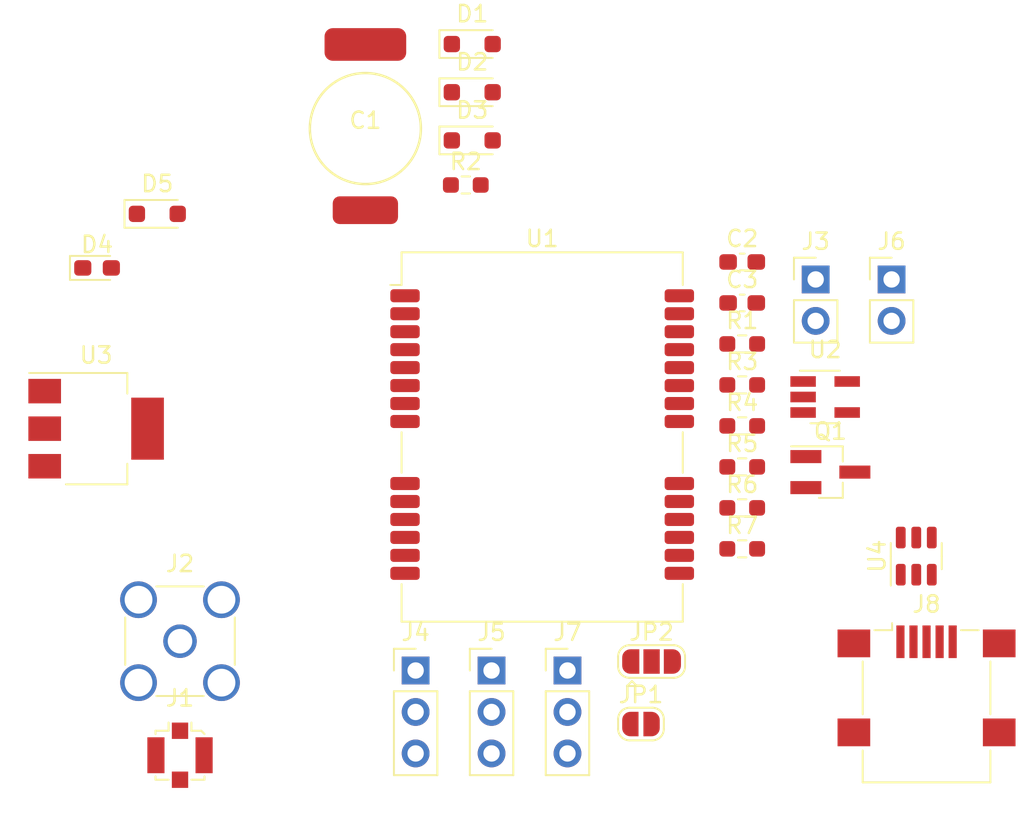
<source format=kicad_pcb>
(kicad_pcb (version 20221018) (generator pcbnew)
  (layers (0 "F.Cu" signal) (31 "B.Cu" signal) (34 "B.Paste" user) (35 "F.Paste" user) (36 "B.SilkS" user "B.Silkscreen") (37 "F.SilkS" user "F.Silkscreen") (38 "B.Mask" user) (39 "F.Mask" user) (44 "Edge.Cuts" user))
  (net 0 "")
  (net 1 "GND")
  (net 2 "3.3V_IN")
  (net 3 "+5V")
  (net 4 "Net-(J8-D-)")
  (net 5 "Net-(J8-D+)")
  (net 6 "Net-(J3-Pin_1)")
  (net 7 "Net-(D1-K)")
  (net 8 "Net-(D4-A)")
  (net 9 "Net-(J4-Pin_1)")
  (net 10 "Net-(J4-Pin_2)")
  (net 11 "Net-(J5-Pin_1)")
  (net 12 "Net-(J5-Pin_2)")
  (net 13 "Net-(J6-Pin_1)")
  (net 14 "Net-(J7-Pin_1)")
  (net 15 "Net-(J7-Pin_2)")
  (net 16 "VBUS")
  (net 18 "Net-(JP1-A)")
  (net 19 "Net-(JP2-C)")
  (net 20 "Net-(Q1-B)")
  (net 21 "VDDUSB")
  (net 22 "Net-(U1-V_ANT)")
  (net 23 "Net-(U1-VCC_RF)")
  (net 24 "USB_DP")
  (net 25 "USB_DM")
  (net 26 "Net-(R3-Pad1)")
  (net 31 "Net-(J1-In)")
  (net 37 "5V_IN")
  (net 38 "Net-(R4-Pad2)")
  (footprint "Connector_PinHeader_2.54mm:PinHeader_1x03_P2.54mm_Vertical" (layer "F.Cu") (at 177.195 81.805)
    (fp_text reference "J5" (at 0 -2.33) (layer "F.SilkS"))
    (fp_text value "Conn_01x03")
    (fp_line (start -1.33 -1.33) (end 0 -1.33) (stroke (width 0.12)) (layer "F.SilkS"))
    (fp_line (start -1.33 0) (end -1.33 -1.33) (stroke (width 0.12)) (layer "F.SilkS"))
    (fp_line (start -1.33 1.27) (end -1.33 6.41) (stroke (width 0.12)) (layer "F.SilkS"))
    (fp_line (start -1.33 1.27) (end 1.33 1.27) (stroke (width 0.12)) (layer "F.SilkS"))
    (fp_line (start -1.33 6.41) (end 1.33 6.41) (stroke (width 0.12)) (layer "F.SilkS"))
    (fp_line (start 1.33 1.27) (end 1.33 6.41) (stroke (width 0.12)) (layer "F.SilkS"))
    (pad "1" thru_hole rect (at 0 0) (size 1.7 1.7) (drill 1) (layers "*.Cu" "*.Mask") (net 11 "Net-(J5-Pin_1)"))
    (pad "2" thru_hole oval (at 0 2.54) (size 1.7 1.7) (drill 1) (layers "*.Cu" "*.Mask") (net 12 "Net-(J5-Pin_2)"))
    (pad "3" thru_hole oval (at 0 5.08) (size 1.7 1.7) (drill 1) (layers "*.Cu" "*.Mask") (net 1 "GND"))
  )
  (footprint "Connector_PinHeader_2.54mm:PinHeader_1x03_P2.54mm_Vertical" (layer "F.Cu") (at 181.845 81.805)
    (fp_text reference "J7" (at 0 -2.33) (layer "F.SilkS"))
    (fp_text value "Conn_01x03")
    (fp_line (start -1.33 -1.33) (end 0 -1.33) (stroke (width 0.12)) (layer "F.SilkS"))
    (fp_line (start -1.33 0) (end -1.33 -1.33) (stroke (width 0.12)) (layer "F.SilkS"))
    (fp_line (start -1.33 1.27) (end -1.33 6.41) (stroke (width 0.12)) (layer "F.SilkS"))
    (fp_line (start -1.33 1.27) (end 1.33 1.27) (stroke (width 0.12)) (layer "F.SilkS"))
    (fp_line (start -1.33 6.41) (end 1.33 6.41) (stroke (width 0.12)) (layer "F.SilkS"))
    (fp_line (start 1.33 1.27) (end 1.33 6.41) (stroke (width 0.12)) (layer "F.SilkS"))
    (pad "1" thru_hole rect (at 0 0) (size 1.7 1.7) (drill 1) (layers "*.Cu" "*.Mask") (net 14 "Net-(J7-Pin_1)"))
    (pad "2" thru_hole oval (at 0 2.54) (size 1.7 1.7) (drill 1) (layers "*.Cu" "*.Mask") (net 15 "Net-(J7-Pin_2)"))
    (pad "3" thru_hole oval (at 0 5.08) (size 1.7 1.7) (drill 1) (layers "*.Cu" "*.Mask") (net 1 "GND"))
  )
  (footprint "Package_TO_SOT_SMD:SOT-23_Handsoldering" (layer "F.Cu") (at 197.945 69.655)
    (fp_text reference "Q1" (at 0 -2.5) (layer "F.SilkS"))
    (fp_text value "NPN")
    (fp_line (start 0.76 -1.58) (end -2.4 -1.58) (stroke (width 0.12)) (layer "F.SilkS"))
    (fp_line (start 0.76 -1.58) (end 0.76 -0.65) (stroke (width 0.12)) (layer "F.SilkS"))
    (fp_line (start 0.76 1.58) (end -0.7 1.58) (stroke (width 0.12)) (layer "F.SilkS"))
    (fp_line (start 0.76 1.58) (end 0.76 0.65) (stroke (width 0.12)) (layer "F.SilkS"))
    (pad "1" smd rect (at -1.5 -0.95) (size 1.9 0.8) (layers "F.Cu" "F.Paste" "F.Mask") (net 2 "3.3V_IN"))
    (pad "2" smd rect (at -1.5 0.95) (size 1.9 0.8) (layers "F.Cu" "F.Paste" "F.Mask") (net 20 "Net-(Q1-B)"))
    (pad "3" smd rect (at 1.5 0) (size 1.9 0.8) (layers "F.Cu" "F.Paste" "F.Mask") (net 21 "VDDUSB"))
  )
  (footprint "Jumper:SolderJumper-2_P1.3mm_Open_RoundedPad1.0x1.5mm" (layer "F.Cu") (at 186.345 85.085)
    (fp_text reference "JP1" (at 0 -1.8) (layer "F.SilkS"))
    (fp_text value "SolderJumper_2_Open")
    (fp_line (start -1.4 0.3) (end -1.4 -0.3) (stroke (width 0.12)) (layer "F.SilkS"))
    (fp_line (start -0.7 -1) (end 0.7 -1) (stroke (width 0.12)) (layer "F.SilkS"))
    (fp_line (start 0.7 1) (end -0.7 1) (stroke (width 0.12)) (layer "F.SilkS"))
    (fp_line (start 1.4 -0.3) (end 1.4 0.3) (stroke (width 0.12)) (layer "F.SilkS"))
    (fp_arc (start -1.4 -0.3) (mid -1.194975 -0.794975) (end -0.7 -1) (stroke (width 0.12)) (layer "F.SilkS"))
    (fp_arc (start -0.7 1) (mid -1.194975 0.794975) (end -1.4 0.3) (stroke (width 0.12)) (layer "F.SilkS"))
    (fp_arc (start 0.7 -1) (mid 1.194975 -0.794975) (end 1.4 -0.3) (stroke (width 0.12)) (layer "F.SilkS"))
    (fp_arc (start 1.4 0.3) (mid 1.194975 0.794975) (end 0.7 1) (stroke (width 0.12)) (layer "F.SilkS"))
    (pad "1" smd custom (at -0.65 0) (size 1 0.5) (layers "F.Cu" "F.Mask") (net 18 "Net-(JP1-A)") (options (clearance outline) (anchor rect)) (primitives (gr_circle (center 0 0.25) (end 0.5 0.25) (width 0) (fill yes)) (gr_circle (center 0 -0.25) (end 0.5 -0.25) (width 0) (fill yes)) (gr_poly (pts (xy 0.5 0.75) (xy 0 0.75) (xy 0 -0.75) (xy 0.5 -0.75)) (width 0) (fill yes))))
    (pad "2" smd custom (at 0.65 0) (size 1 0.5) (layers "F.Cu" "F.Mask") (net 13 "Net-(J6-Pin_1)") (options (clearance outline) (anchor rect)) (primitives (gr_circle (center 0 0.25) (end 0.5 0.25) (width 0) (fill yes)) (gr_circle (center 0 -0.25) (end 0.5 -0.25) (width 0) (fill yes)) (gr_poly (pts (xy 0 0.75) (xy -0.5 0.75) (xy -0.5 -0.75) (xy 0 -0.75)) (width 0) (fill yes))))
  )
  (footprint "Package_TO_SOT_SMD:SOT-23-5_HandSoldering" (layer "F.Cu") (at 197.625 65.055)
    (fp_text reference "U2" (at 0 -2.9) (layer "F.SilkS"))
    (fp_text value "74LVC1G17")
    (fp_line (start -0.9 1.61) (end 0.9 1.61) (stroke (width 0.12)) (layer "F.SilkS"))
    (fp_line (start 0.9 -1.61) (end -1.55 -1.61) (stroke (width 0.12)) (layer "F.SilkS"))
    (pad "1" smd rect (at -1.35 -0.95) (size 1.56 0.65) (layers "F.Cu" "F.Paste" "F.Mask"))
    (pad "2" smd rect (at -1.35 0) (size 1.56 0.65) (layers "F.Cu" "F.Paste" "F.Mask") (net 18 "Net-(JP1-A)"))
    (pad "3" smd rect (at -1.35 0.95) (size 1.56 0.65) (layers "F.Cu" "F.Paste" "F.Mask") (net 1 "GND"))
    (pad "4" smd rect (at 1.35 0.95) (size 1.56 0.65) (layers "F.Cu" "F.Paste" "F.Mask") (net 13 "Net-(J6-Pin_1)"))
    (pad "5" smd rect (at 1.35 -0.95) (size 1.56 0.65) (layers "F.Cu" "F.Paste" "F.Mask") (net 19 "Net-(JP2-C)"))
  )
  (footprint "RF_GPS:ublox_LEA" (layer "F.Cu") (at 180.295 67.355)
    (fp_text reference "U1" (at 0 -12) (layer "F.SilkS"))
    (fp_text value "~")
    (fp_line (start -9.3 -9.16) (end -8.61 -9.16) (stroke (width 0.12)) (layer "F.SilkS"))
    (fp_line (start -8.61 -11.16) (end -8.61 -9.16) (stroke (width 0.12)) (layer "F.SilkS"))
    (fp_line (start -8.61 -11.16) (end 8.61 -11.16) (stroke (width 0.12)) (layer "F.SilkS"))
    (fp_line (start -8.61 -0.14) (end -8.61 2.34) (stroke (width 0.12)) (layer "F.SilkS"))
    (fp_line (start -8.61 9.16) (end -8.61 11.46) (stroke (width 0.12)) (layer "F.SilkS"))
    (fp_line (start -8.61 11.46) (end 8.61 11.46) (stroke (width 0.12)) (layer "F.SilkS"))
    (fp_line (start 8.61 -11.16) (end 8.61 -9.16) (stroke (width 0.12)) (layer "F.SilkS"))
    (fp_line (start 8.61 -0.14) (end 8.61 2.34) (stroke (width 0.12)) (layer "F.SilkS"))
    (fp_line (start 8.61 9.16) (end 8.61 11.46) (stroke (width 0.12)) (layer "F.SilkS"))
    (pad "1" smd roundrect (at -8.4 -8.5) (size 1.8 0.8) (layers "F.Cu" "F.Paste" "F.Mask") (net 14 "Net-(J7-Pin_1)"))
    (pad "2" smd roundrect (at -8.4 -7.4) (size 1.8 0.8) (layers "F.Cu" "F.Paste" "F.Mask") (net 15 "Net-(J7-Pin_2)"))
    (pad "3" smd roundrect (at -8.4 -6.3) (size 1.8 0.8) (layers "F.Cu" "F.Paste" "F.Mask") (net 11 "Net-(J5-Pin_1)"))
    (pad "4" smd roundrect (at -8.4 -5.2) (size 1.8 0.8) (layers "F.Cu" "F.Paste" "F.Mask") (net 12 "Net-(J5-Pin_2)"))
    (pad "5" smd roundrect (at -8.4 -4.1) (size 1.8 0.8) (layers "F.Cu" "F.Paste" "F.Mask"))
    (pad "6" smd roundrect (at -8.4 -3) (size 1.8 0.8) (layers "F.Cu" "F.Paste" "F.Mask") (net 2 "3.3V_IN"))
    (pad "7" smd roundrect (at -8.4 -1.9) (size 1.8 0.8) (layers "F.Cu" "F.Paste" "F.Mask") (net 1 "GND"))
    (pad "8" smd roundrect (at -8.4 -0.8) (size 1.8 0.8) (layers "F.Cu" "F.Paste" "F.Mask"))
    (pad "9" smd roundrect (at -8.4 3) (size 1.8 0.8) (layers "F.Cu" "F.Paste" "F.Mask"))
    (pad "10" smd roundrect (at -8.4 4.1) (size 1.8 0.8) (layers "F.Cu" "F.Paste" "F.Mask") (net 9 "Net-(J4-Pin_1)"))
    (pad "11" smd roundrect (at -8.4 5.2) (size 1.8 0.8) (layers "F.Cu" "F.Paste" "F.Mask") (net 6 "Net-(J3-Pin_1)"))
    (pad "12" smd roundrect (at -8.4 6.3) (size 1.8 0.8) (layers "F.Cu" "F.Paste" "F.Mask"))
    (pad "13" smd roundrect (at -8.4 7.4) (size 1.8 0.8) (layers "F.Cu" "F.Paste" "F.Mask") (net 1 "GND"))
    (pad "14" smd roundrect (at -8.4 8.5) (size 1.8 0.8) (layers "F.Cu" "F.Paste" "F.Mask") (net 1 "GND"))
    (pad "15" smd roundrect (at 8.4 8.5) (size 1.8 0.8) (layers "F.Cu" "F.Paste" "F.Mask") (net 1 "GND"))
    (pad "16" smd roundrect (at 8.4 7.4) (size 1.8 0.8) (layers "F.Cu" "F.Paste" "F.Mask") (net 31 "Net-(J1-In)"))
    (pad "17" smd roundrect (at 8.4 6.3) (size 1.8 0.8) (layers "F.Cu" "F.Paste" "F.Mask") (net 1 "GND"))
    (pad "18" smd roundrect (at 8.4 5.2) (size 1.8 0.8) (layers "F.Cu" "F.Paste" "F.Mask") (net 23 "Net-(U1-VCC_RF)"))
    (pad "19" smd roundrect (at 8.4 4.1) (size 1.8 0.8) (layers "F.Cu" "F.Paste" "F.Mask") (net 22 "Net-(U1-V_ANT)"))
    (pad "20" smd roundrect (at 8.4 3) (size 1.8 0.8) (layers "F.Cu" "F.Paste" "F.Mask"))
    (pad "21" smd roundrect (at 8.4 -0.8) (size 1.8 0.8) (layers "F.Cu" "F.Paste" "F.Mask"))
    (pad "22" smd roundrect (at 8.4 -1.9) (size 1.8 0.8) (layers "F.Cu" "F.Paste" "F.Mask"))
    (pad "23" smd roundrect (at 8.4 -3) (size 1.8 0.8) (layers "F.Cu" "F.Paste" "F.Mask"))
    (pad "24" smd roundrect (at 8.4 -4.1) (size 1.8 0.8) (layers "F.Cu" "F.Paste" "F.Mask") (net 21 "VDDUSB"))
    (pad "25" smd roundrect (at 8.4 -5.2) (size 1.8 0.8) (layers "F.Cu" "F.Paste" "F.Mask") (net 25 "USB_DM"))
    (pad "26" smd roundrect (at 8.4 -6.3) (size 1.8 0.8) (layers "F.Cu" "F.Paste" "F.Mask") (net 24 "USB_DP"))
    (pad "27" smd roundrect (at 8.4 -7.4) (size 1.8 0.8) (layers "F.Cu" "F.Paste" "F.Mask") (net 10 "Net-(J4-Pin_2)"))
    (pad "28" smd roundrect (at 8.4 -8.5) (size 1.8 0.8) (layers "F.Cu" "F.Paste" "F.Mask") (net 18 "Net-(JP1-A)"))
  )
  (footprint "Connector_PinHeader_2.54mm:PinHeader_1x03_P2.54mm_Vertical" (layer "F.Cu") (at 172.545 81.805)
    (fp_text reference "J4" (at 0 -2.33) (layer "F.SilkS"))
    (fp_text value "Conn_01x03")
    (fp_line (start -1.33 -1.33) (end 0 -1.33) (stroke (width 0.12)) (layer "F.SilkS"))
    (fp_line (start -1.33 0) (end -1.33 -1.33) (stroke (width 0.12)) (layer "F.SilkS"))
    (fp_line (start -1.33 1.27) (end -1.33 6.41) (stroke (width 0.12)) (layer "F.SilkS"))
    (fp_line (start -1.33 1.27) (end 1.33 1.27) (stroke (width 0.12)) (layer "F.SilkS"))
    (fp_line (start -1.33 6.41) (end 1.33 6.41) (stroke (width 0.12)) (layer "F.SilkS"))
    (fp_line (start 1.33 1.27) (end 1.33 6.41) (stroke (width 0.12)) (layer "F.SilkS"))
    (pad "1" thru_hole rect (at 0 0) (size 1.7 1.7) (drill 1) (layers "*.Cu" "*.Mask") (net 9 "Net-(J4-Pin_1)"))
    (pad "2" thru_hole oval (at 0 2.54) (size 1.7 1.7) (drill 1) (layers "*.Cu" "*.Mask") (net 10 "Net-(J4-Pin_2)"))
    (pad "3" thru_hole oval (at 0 5.08) (size 1.7 1.7) (drill 1) (layers "*.Cu" "*.Mask") (net 1 "GND"))
  )
  (footprint "Resistor_SMD:R_0603_1608Metric_Pad0.98x0.95mm_HandSolder" (layer "F.Cu") (at 192.545 71.845)
    (fp_text reference "R6" (at 0 -1.43) (layer "F.SilkS"))
    (fp_text value "10k")
    (fp_line (start -0.254724 -0.5225) (end 0.254724 -0.5225) (stroke (width 0.12)) (layer "F.SilkS"))
    (fp_line (start -0.254724 0.5225) (end 0.254724 0.5225) (stroke (width 0.12)) (layer "F.SilkS"))
    (pad "1" smd roundrect (at -0.9125 0) (size 0.975 0.95) (layers "F.Cu" "F.Paste" "F.Mask") (net 1 "GND"))
    (pad "2" smd roundrect (at 0.9125 0) (size 0.975 0.95) (layers "F.Cu" "F.Paste" "F.Mask") (net 21 "VDDUSB"))
  )
  (footprint "Resistor_SMD:R_0603_1608Metric_Pad0.98x0.95mm_HandSolder" (layer "F.Cu") (at 192.545 66.825)
    (fp_text reference "R4" (at 0 -1.43) (layer "F.SilkS"))
    (fp_text value "22")
    (fp_line (start -0.254724 -0.5225) (end 0.254724 -0.5225) (stroke (width 0.12)) (layer "F.SilkS"))
    (fp_line (start -0.254724 0.5225) (end 0.254724 0.5225) (stroke (width 0.12)) (layer "F.SilkS"))
    (pad "1" smd roundrect (at -0.9125 0) (size 0.975 0.95) (layers "F.Cu" "F.Paste" "F.Mask") (net 25 "USB_DM"))
    (pad "2" smd roundrect (at 0.9125 0) (size 0.975 0.95) (layers "F.Cu" "F.Paste" "F.Mask") (net 38 "Net-(R4-Pad2)"))
  )
  (footprint "Diode_SMD:D_SOD-323_HandSoldering" (layer "F.Cu") (at 176.0125 43.44)
    (fp_text reference "D1" (at 0 -1.85) (layer "F.SilkS"))
    (fp_text value "BAT42W")
    (fp_line (start -2.01 -0.85) (end -2.01 0.85) (stroke (width 0.12)) (layer "F.SilkS"))
    (fp_line (start -2.01 -0.85) (end 1.25 -0.85) (stroke (width 0.12)) (layer "F.SilkS"))
    (fp_line (start -2.01 0.85) (end 1.25 0.85) (stroke (width 0.12)) (layer "F.SilkS"))
    (pad "1" smd roundrect (at -1.25 0) (size 1 1) (layers "F.Cu" "F.Paste" "F.Mask") (net 7 "Net-(D1-K)"))
    (pad "2" smd roundrect (at 1.25 0) (size 1 1) (layers "F.Cu" "F.Paste" "F.Mask") (net 2 "3.3V_IN"))
  )
  (footprint "Resistor_SMD:R_0603_1608Metric_Pad0.98x0.95mm_HandSolder" (layer "F.Cu") (at 192.545 61.805)
    (fp_text reference "R1" (at 0 -1.43) (layer "F.SilkS"))
    (fp_text value "10")
    (fp_line (start -0.254724 -0.5225) (end 0.254724 -0.5225) (stroke (width 0.12)) (layer "F.SilkS"))
    (fp_line (start -0.254724 0.5225) (end 0.254724 0.5225) (stroke (width 0.12)) (layer "F.SilkS"))
    (pad "1" smd roundrect (at -0.9125 0) (size 0.975 0.95) (layers "F.Cu" "F.Paste" "F.Mask") (net 22 "Net-(U1-V_ANT)"))
    (pad "2" smd roundrect (at 0.9125 0) (size 0.975 0.95) (layers "F.Cu" "F.Paste" "F.Mask") (net 23 "Net-(U1-VCC_RF)"))
  )
  (footprint "Diode_SMD:D_SOD-323_HandSoldering" (layer "F.Cu") (at 176.0125 49.34)
    (fp_text reference "D3" (at 0 -1.85) (layer "F.SilkS"))
    (fp_text value "BAT4W")
    (fp_line (start -2.01 -0.85) (end -2.01 0.85) (stroke (width 0.12)) (layer "F.SilkS"))
    (fp_line (start -2.01 -0.85) (end 1.25 -0.85) (stroke (width 0.12)) (layer "F.SilkS"))
    (fp_line (start -2.01 0.85) (end 1.25 0.85) (stroke (width 0.12)) (layer "F.SilkS"))
    (pad "1" smd roundrect (at -1.25 0) (size 1 1) (layers "F.Cu" "F.Paste" "F.Mask") (net 3 "+5V"))
    (pad "2" smd roundrect (at 1.25 0) (size 1 1) (layers "F.Cu" "F.Paste" "F.Mask") (net 16 "VBUS"))
  )
  (footprint "Connector_PinHeader_2.54mm:PinHeader_1x02_P2.54mm_Vertical" (layer "F.Cu") (at 201.695 57.855)
    (fp_text reference "J6" (at 0 -2.33) (layer "F.SilkS"))
    (fp_text value "Conn_01x02")
    (fp_line (start -1.33 -1.33) (end 0 -1.33) (stroke (width 0.12)) (layer "F.SilkS"))
    (fp_line (start -1.33 0) (end -1.33 -1.33) (stroke (width 0.12)) (layer "F.SilkS"))
    (fp_line (start -1.33 1.27) (end -1.33 3.87) (stroke (width 0.12)) (layer "F.SilkS"))
    (fp_line (start -1.33 1.27) (end 1.33 1.27) (stroke (width 0.12)) (layer "F.SilkS"))
    (fp_line (start -1.33 3.87) (end 1.33 3.87) (stroke (width 0.12)) (layer "F.SilkS"))
    (fp_line (start 1.33 1.27) (end 1.33 3.87) (stroke (width 0.12)) (layer "F.SilkS"))
    (pad "1" thru_hole rect (at 0 0) (size 1.7 1.7) (drill 1) (layers "*.Cu" "*.Mask") (net 13 "Net-(J6-Pin_1)"))
    (pad "2" thru_hole oval (at 0 2.54) (size 1.7 1.7) (drill 1) (layers "*.Cu" "*.Mask") (net 1 "GND"))
  )
  (footprint "DMS3R3224RF:DMS3R3224RF" (layer "F.Cu") (at 169.4675 48.615)
    (fp_text reference "C1" (at 0 -0.5 unlocked) (layer "F.SilkS"))
    (fp_text value "0.22F")
    (fp_circle (center 0 0) (end 3.4 0) (stroke (width 0.15)) (fill none) (layer "F.SilkS"))
    (pad "1" smd roundrect (at 0 -5.15) (size 5 2) (layers "F.Cu" "F.Paste" "F.Mask") (net 6 "Net-(J3-Pin_1)"))
    (pad "2" smd roundrect (at 0 5) (size 4 1.7) (layers "F.Cu" "F.Paste" "F.Mask") (net 1 "GND"))
  )
  (footprint "Resistor_SMD:R_0603_1608Metric_Pad0.98x0.95mm_HandSolder" (layer "F.Cu") (at 192.545 74.355)
    (fp_text reference "R7" (at 0 -1.43) (layer "F.SilkS"))
    (fp_text value "4.7k")
    (fp_line (start -0.254724 -0.5225) (end 0.254724 -0.5225) (stroke (width 0.12)) (layer "F.SilkS"))
    (fp_line (start -0.254724 0.5225) (end 0.254724 0.5225) (stroke (width 0.12)) (layer "F.SilkS"))
    (pad "1" smd roundrect (at -0.9125 0) (size 0.975 0.95) (layers "F.Cu" "F.Paste" "F.Mask") (net 20 "Net-(Q1-B)"))
    (pad "2" smd roundrect (at 0.9125 0) (size 0.975 0.95) (layers "F.Cu" "F.Paste" "F.Mask") (net 16 "VBUS"))
  )
  (footprint "Connector_Coaxial:U.FL_Molex_MCRF_73412-0110_Vertical" (layer "F.Cu") (at 158.115 86.995 180)
    (fp_text reference "J1" (at 0 3.5) (layer "F.SilkS"))
    (fp_text value "U.FL")
    (fp_line (start -1.5 -1.5) (end -0.7 -1.5) (stroke (width 0.12)) (layer "F.SilkS"))
    (fp_line (start -1.5 -1.3) (end -1.5 -1.5) (stroke (width 0.12)) (layer "F.SilkS"))
    (fp_line (start -1.3 1.5) (end -1.5 1.3) (stroke (width 0.12)) (layer "F.SilkS"))
    (fp_line (start -0.7 1.5) (end -1.3 1.5) (stroke (width 0.12)) (layer "F.SilkS"))
    (fp_line (start -0.7 1.5) (end -0.7 2) (stroke (width 0.12)) (layer "F.SilkS"))
    (fp_line (start 0.7 -1.5) (end 1.5 -1.5) (stroke (width 0.12)) (layer "F.SilkS"))
    (fp_line (start 0.7 1.5) (end 0.7 2) (stroke (width 0.12)) (layer "F.SilkS"))
    (fp_line (start 1.5 -1.5) (end 1.5 -1.3) (stroke (width 0.12)) (layer "F.SilkS"))
    (fp_line (start 1.5 1.3) (end 1.5 1.5) (stroke (width 0.12)) (layer "F.SilkS"))
    (fp_line (start 1.5 1.5) (end 0.7 1.5) (stroke (width 0.12)) (layer "F.SilkS"))
    (pad "1" smd rect (at 0 1.5 180) (size 1 1) (layers "F.Cu" "F.Paste" "F.Mask") (net 31 "Net-(J1-In)"))
    (pad "2" smd rect (at -1.475 0 180) (size 1.05 2.2) (layers "F.Cu" "F.Paste" "F.Mask") (net 1 "GND"))
    (pad "2" smd rect (at 0 -1.5 180) (size 1 1) (layers "F.Cu" "F.Paste" "F.Mask") (net 1 "GND"))
    (pad "2" smd rect (at 1.475 0 180) (size 1.05 2.2) (layers "F.Cu" "F.Paste" "F.Mask") (net 1 "GND"))
  )
  (footprint "Connector_PinHeader_2.54mm:PinHeader_1x02_P2.54mm_Vertical" (layer "F.Cu") (at 197.045 57.855)
    (fp_text reference "J3" (at 0 -2.33) (layer "F.SilkS"))
    (fp_text value "Conn_01x02")
    (fp_line (start -1.33 -1.33) (end 0 -1.33) (stroke (width 0.12)) (layer "F.SilkS"))
    (fp_line (start -1.33 0) (end -1.33 -1.33) (stroke (width 0.12)) (layer "F.SilkS"))
    (fp_line (start -1.33 1.27) (end -1.33 3.87) (stroke (width 0.12)) (layer "F.SilkS"))
    (fp_line (start -1.33 1.27) (end 1.33 1.27) (stroke (width 0.12)) (layer "F.SilkS"))
    (fp_line (start -1.33 3.87) (end 1.33 3.87) (stroke (width 0.12)) (layer "F.SilkS"))
    (fp_line (start 1.33 1.27) (end 1.33 3.87) (stroke (width 0.12)) (layer "F.SilkS"))
    (pad "1" thru_hole rect (at 0 0) (size 1.7 1.7) (drill 1) (layers "*.Cu" "*.Mask") (net 6 "Net-(J3-Pin_1)"))
    (pad "2" thru_hole oval (at 0 2.54) (size 1.7 1.7) (drill 1) (layers "*.Cu" "*.Mask") (net 1 "GND"))
  )
  (footprint "Connector_Coaxial:SMA_Amphenol_901-144_Vertical" (layer "F.Cu") (at 158.115 80.01)
    (fp_text reference "J2" (at 0 -4.75) (layer "F.SilkS"))
    (fp_text value "SMA")
    (fp_line (start -3.355 -1.45) (end -3.355 1.45) (stroke (width 0.12)) (layer "F.SilkS"))
    (fp_line (start -1.45 -3.355) (end 1.45 -3.355) (stroke (width 0.12)) (layer "F.SilkS"))
    (fp_line (start -1.45 3.355) (end 1.45 3.355) (stroke (width 0.12)) (layer "F.SilkS"))
    (fp_line (start 3.355 -1.45) (end 3.355 1.45) (stroke (width 0.12)) (layer "F.SilkS"))
    (pad "1" thru_hole circle (at 0 0) (size 2.05 2.05) (drill 1.5) (layers "*.Cu" "*.Mask") (net 31 "Net-(J1-In)"))
    (pad "2" thru_hole circle (at -2.54 -2.54) (size 2.25 2.25) (drill 1.7) (layers "*.Cu" "*.Mask") (net 1 "GND"))
    (pad "2" thru_hole circle (at -2.54 2.54) (size 2.25 2.25) (drill 1.7) (layers "*.Cu" "*.Mask") (net 1 "GND"))
    (pad "2" thru_hole circle (at 2.54 -2.54) (size 2.25 2.25) (drill 1.7) (layers "*.Cu" "*.Mask") (net 1 "GND"))
    (pad "2" thru_hole circle (at 2.54 2.54) (size 2.25 2.25) (drill 1.7) (layers "*.Cu" "*.Mask") (net 1 "GND"))
  )
  (footprint "Package_TO_SOT_SMD:SOT-23-6" (layer "F.Cu") (at 203.205 74.8 90)
    (fp_text reference "U4" (at 0 -2.4 90) (layer "F.SilkS"))
    (fp_text value "USBLC6-2SC6")
    (fp_line (start 0 -1.56) (end -1.8 -1.56) (stroke (width 0.12)) (layer "F.SilkS"))
    (fp_line (start 0 -1.56) (end 0.8 -1.56) (stroke (width 0.12)) (layer "F.SilkS"))
    (fp_line (start 0 1.56) (end -0.8 1.56) (stroke (width 0.12)) (layer "F.SilkS"))
    (fp_line (start 0 1.56) (end 0.8 1.56) (stroke (width 0.12)) (layer "F.SilkS"))
    (pad "1" smd roundrect (at -1.1375 -0.95 90) (size 1.325 0.6) (layers "F.Cu" "F.Paste" "F.Mask") (net 4 "Net-(J8-D-)"))
    (pad "2" smd roundrect (at -1.1375 0 90) (size 1.325 0.6) (layers "F.Cu" "F.Paste" "F.Mask") (net 1 "GND"))
    (pad "3" smd roundrect (at -1.1375 0.95 90) (size 1.325 0.6) (layers "F.Cu" "F.Paste" "F.Mask") (net 5 "Net-(J8-D+)"))
    (pad "4" smd roundrect (at 1.1375 0.95 90) (size 1.325 0.6) (layers "F.Cu" "F.Paste" "F.Mask") (net 26 "Net-(R3-Pad1)"))
    (pad "5" smd roundrect (at 1.1375 0 90) (size 1.325 0.6) (layers "F.Cu" "F.Paste" "F.Mask") (net 2 "3.3V_IN"))
    (pad "6" smd roundrect (at 1.1375 -0.95 90) (size 1.325 0.6) (layers "F.Cu" "F.Paste" "F.Mask") (net 38 "Net-(R4-Pad2)"))
  )
  (footprint "Resistor_SMD:R_0603_1608Metric_Pad0.98x0.95mm_HandSolder" (layer "F.Cu") (at 192.545 69.335)
    (fp_text reference "R5" (at 0 -1.43) (layer "F.SilkS"))
    (fp_text value "1k")
    (fp_line (start -0.254724 -0.5225) (end 0.254724 -0.5225) (stroke (width 0.12)) (layer "F.SilkS"))
    (fp_line (start -0.254724 0.5225) (end 0.254724 0.5225) (stroke (width 0.12)) (layer "F.SilkS"))
    (pad "1" smd roundrect (at -0.9125 0) (size 0.975 0.95) (layers "F.Cu" "F.Paste" "F.Mask") (net 2 "3.3V_IN"))
    (pad "2" smd roundrect (at 0.9125 0) (size 0.975 0.95) (layers "F.Cu" "F.Paste" "F.Mask") (net 8 "Net-(D4-A)"))
  )
  (footprint "Package_TO_SOT_SMD:SOT-223-3_TabPin2" (layer "F.Cu") (at 152.9775 66.995)
    (fp_text reference "U3" (at 0 -4.5) (layer "F.SilkS"))
    (fp_text value "LM1117MP-3.3")
    (fp_line (start -4.1 -3.41) (end 1.91 -3.41) (stroke (width 0.12)) (layer "F.SilkS"))
    (fp_line (start -1.85 3.41) (end 1.91 3.41) (stroke (width 0.12)) (layer "F.SilkS"))
    (fp_line (start 1.91 -3.41) (end 1.91 -2.15) (stroke (width 0.12)) (layer "F.SilkS"))
    (fp_line (start 1.91 3.41) (end 1.91 2.15) (stroke (width 0.12)) (layer "F.SilkS"))
    (pad "1" smd rect (at -3.15 -2.3) (size 2 1.5) (layers "F.Cu" "F.Paste" "F.Mask") (net 1 "GND"))
    (pad "2" smd rect (at -3.15 0) (size 2 1.5) (layers "F.Cu" "F.Paste" "F.Mask") (net 2 "3.3V_IN"))
    (pad "2" smd rect (at 3.15 0) (size 2 3.8) (layers "F.Cu" "F.Paste" "F.Mask") (net 2 "3.3V_IN"))
    (pad "3" smd rect (at -3.15 2.3) (size 2 1.5) (layers "F.Cu" "F.Paste" "F.Mask") (net 3 "+5V"))
  )
  (footprint "Connector_USB:USB_Mini-B_Lumberg_2486_01_Horizontal" (layer "F.Cu") (at 203.835 82.745)
    (fp_text reference "J8" (at 0 -5) (layer "F.SilkS"))
    (fp_text value "USB_B_Mini")
    (fp_line (start -3.91 1.74) (end -3.91 -1.49) (stroke (width 0.12)) (layer "F.SilkS"))
    (fp_line (start -3.91 5.91) (end -3.91 3.96) (stroke (width 0.12)) (layer "F.SilkS"))
    (fp_line (start -3.19 -3.41) (end -2.11 -3.41) (stroke (width 0.12)) (layer "F.SilkS"))
    (fp_line (start -2.11 -3.41) (end -2.11 -3.84) (stroke (width 0.12)) (layer "F.SilkS"))
    (fp_line (start 2.11 -3.41) (end 3.19 -3.41) (stroke (width 0.12)) (layer "F.SilkS"))
    (fp_line (start 3.91 1.74) (end 3.91 -1.49) (stroke (width 0.12)) (layer "F.SilkS"))
    (fp_line (start 3.91 5.91) (end -3.91 5.91) (stroke (width 0.12)) (layer "F.SilkS"))
    (fp_line (start 3.91 5.91) (end 3.91 3.96) (stroke (width 0.12)) (layer "F.SilkS"))
    (pad "" np_thru_hole circle (at -2.2 0) (size 1 1) (drill 1) (layers "*.Cu" "*.Mask"))
    (pad "" np_thru_hole circle (at 2.2 0) (size 1 1) (drill 1) (layers "*.Cu" "*.Mask"))
    (pad "1" smd rect (at -1.6 -2.7) (size 0.5 2) (layers "F.Cu" "F.Paste" "F.Mask") (net 16 "VBUS"))
    (pad "2" smd rect (at -0.8 -2.7) (size 0.5 2) (layers "F.Cu" "F.Paste" "F.Mask") (net 4 "Net-(J8-D-)"))
    (pad "3" smd rect (at 0 -2.7) (size 0.5 2) (layers "F.Cu" "F.Paste" "F.Mask") (net 5 "Net-(J8-D+)"))
    (pad "4" smd rect (at 0.8 -2.7) (size 0.5 2) (layers "F.Cu" "F.Paste" "F.Mask"))
    (pad "5" smd rect (at 1.6 -2.7) (size 0.5 2) (layers "F.Cu" "F.Paste" "F.Mask") (net 1 "GND"))
    (pad "6" smd rect (at -4.45 -2.6) (size 2 1.7) (layers "F.Cu" "F.Paste" "F.Mask") (net 1 "GND"))
    (pad "6" smd rect (at -4.45 2.85) (size 2 1.7) (layers "F.Cu" "F.Paste" "F.Mask") (net 1 "GND"))
    (pad "6" smd rect (at 4.45 -2.6) (size 2 1.7) (layers "F.Cu" "F.Paste" "F.Mask") (net 1 "GND"))
    (pad "6" smd rect (at 4.45 2.85) (size 2 1.7) (layers "F.Cu" "F.Paste" "F.Mask") (net 1 "GND"))
  )
  (footprint "Capacitor_SMD:C_0603_1608Metric_Pad1.08x0.95mm_HandSolder" (layer "F.Cu") (at 192.545 59.295)
    (fp_text reference "C3" (at 0 -1.43) (layer "F.SilkS"))
    (fp_text value "100nF")
    (fp_line (start -0.146267 -0.51) (end 0.146267 -0.51) (stroke (width 0.12)) (layer "F.SilkS"))
    (fp_line (start -0.146267 0.51) (end 0.146267 0.51) (stroke (width 0.12)) (layer "F.SilkS"))
    (pad "1" smd roundrect (at -0.8625 0) (size 1.075 0.95) (layers "F.Cu" "F.Paste" "F.Mask") (net 2 "3.3V_IN"))
    (pad "2" smd roundrect (at 0.8625 0) (size 1.075 0.95) (layers "F.Cu" "F.Paste" "F.Mask") (net 1 "GND"))
  )
  (footprint "Diode_SMD:D_SOD-323_HandSoldering" (layer "F.Cu") (at 176.0125 46.39)
    (fp_text reference "D2" (at 0 -1.85) (layer "F.SilkS"))
    (fp_text value "BAT42W")
    (fp_line (start -2.01 -0.85) (end -2.01 0.85) (stroke (width 0.12)) (layer "F.SilkS"))
    (fp_line (start -2.01 -0.85) (end 1.25 -0.85) (stroke (width 0.12)) (layer "F.SilkS"))
    (fp_line (start -2.01 0.85) (end 1.25 0.85) (stroke (width 0.12)) (layer "F.SilkS"))
    (pad "1" smd roundrect (at -1.25 0) (size 1 1) (layers "F.Cu" "F.Paste" "F.Mask") (net 3 "+5V"))
    (pad "2" smd roundrect (at 1.25 0) (size 1 1) (layers "F.Cu" "F.Paste" "F.Mask") (net 37 "5V_IN"))
  )
  (footprint "LED_SMD:LED_0603_1608Metric_Pad1.05x0.95mm_HandSolder" (layer "F.Cu") (at 153.035 57.15)
    (fp_text reference "D4" (at 0 -1.43) (layer "F.SilkS"))
    (fp_text value "LED")
    (fp_line (start -1.66 -0.735) (end -1.66 0.735) (stroke (width 0.12)) (layer "F.SilkS"))
    (fp_line (start -1.66 0.735) (end 0.8 0.735) (stroke (width 0.12)) (layer "F.SilkS"))
    (fp_line (start 0.8 -0.735) (end -1.66 -0.735) (stroke (width 0.12)) (layer "F.SilkS"))
    (pad "1" smd roundrect (at -0.875 0) (size 1.05 0.95) (layers "F.Cu" "F.Paste" "F.Mask") (net 1 "GND"))
    (pad "2" smd roundrect (at 0.875 0) (size 1.05 0.95) (layers "F.Cu" "F.Paste" "F.Mask") (net 8 "Net-(D4-A)"))
  )
  (footprint "Jumper:SolderJumper-3_P1.3mm_Open_RoundedPad1.0x1.5mm" (layer "F.Cu") (at 186.995 81.255)
    (fp_text reference "JP2" (at 0 -1.8) (layer "F.SilkS"))
    (fp_text value "SolderJumper_3_Open")
    (fp_line (start -2.05 0.3) (end -2.05 -0.3) (stroke (width 0.12)) (layer "F.SilkS"))
    (fp_line (start -1.5 1.5) (end -0.9 1.5) (stroke (width 0.12)) (layer "F.SilkS"))
    (fp_line (start -1.4 -1) (end 1.4 -1) (stroke (width 0.12)) (layer "F.SilkS"))
    (fp_line (start -1.2 1.2) (end -1.5 1.5) (stroke (width 0.12)) (layer "F.SilkS"))
    (fp_line (start -1.2 1.2) (end -0.9 1.5) (stroke (width 0.12)) (layer "F.SilkS"))
    (fp_line (start 1.4 1) (end -1.4 1) (stroke (width 0.12)) (layer "F.SilkS"))
    (fp_line (start 2.05 -0.3) (end 2.05 0.3) (stroke (width 0.12)) (layer "F.SilkS"))
    (fp_arc (start -2.05 -0.3) (mid -1.844975 -0.794975) (end -1.35 -1) (stroke (width 0.12)) (layer "F.SilkS"))
    (fp_arc (start -1.35 1) (mid -1.844975 0.794975) (end -2.05 0.3) (stroke (width 0.12)) (layer "F.SilkS"))
    (fp_arc (start 1.35 -1) (mid 1.844975 -0.794975) (end 2.05 -0.3) (stroke (width 0.12)) (layer "F.SilkS"))
    (fp_arc (start 2.05 0.3) (mid 1.844975 0.794975) (end 1.35 1) (stroke (width 0.12)) (layer "F.SilkS"))
    (pad "1" smd custom (at -1.3 0) (size 1 0.5) (layers "F.Cu" "F.Mask") (net 3 "+5V") (options (clearance outline) (anchor rect)) (primitives (gr_circle (center 0 0.25) (end 0.5 0.25) (width 0) (fill yes)) (gr_circle (center 0 -0.25) (end 0.5 -0.25) (width 0) (fill yes)) (gr_poly (pts (xy 0.55 0.75) (xy 0 0.75) (xy 0 -0.75) (xy 0.55 -0.75)) (width 0) (fill yes))))
    (pad "2" smd rect (at 0 0) (size 1 1.5) (layers "F.Cu" "F.Mask") (net 19 "Net-(JP2-C)"))
    (pad "3" smd custom (at 1.3 0) (size 1 0.5) (layers "F.Cu" "F.Mask") (net 2 "3.3V_IN") (options (clearance outline) (anchor rect)) (primitives (gr_circle (center 0 0.25) (end 0.5 0.25) (width 0) (fill yes)) (gr_circle (center 0 -0.25) (end 0.5 -0.25) (width 0) (fill yes)) (gr_poly (pts (xy 0 0.75) (xy -0.55 0.75) (xy -0.55 -0.75) (xy 0 -0.75)) (width 0) (fill yes))))
  )
  (footprint "Diode_SMD:D_SOD-323_HandSoldering" (layer "F.Cu") (at 156.725 53.84)
    (fp_text reference "D5" (at 0 -1.85) (layer "F.SilkS"))
    (fp_text value "5.1v")
    (fp_line (start -2.01 -0.85) (end -2.01 0.85) (stroke (width 0.12)) (layer "F.SilkS"))
    (fp_line (start -2.01 -0.85) (end 1.25 -0.85) (stroke (width 0.12)) (layer "F.SilkS"))
    (fp_line (start -2.01 0.85) (end 1.25 0.85) (stroke (width 0.12)) (layer "F.SilkS"))
    (pad "1" smd roundrect (at -1.25 0) (size 1 1) (layers "F.Cu" "F.Paste" "F.Mask") (net 16 "VBUS"))
    (pad "2" smd roundrect (at 1.25 0) (size 1 1) (layers "F.Cu" "F.Paste" "F.Mask") (net 1 "GND"))
  )
  (footprint "Resistor_SMD:R_0603_1608Metric_Pad0.98x0.95mm_HandSolder" (layer "F.Cu") (at 175.6175 52.07)
    (fp_text reference "R2" (at 0 -1.43) (layer "F.SilkS"))
    (fp_text value "100")
    (fp_line (start -0.254724 -0.5225) (end 0.254724 -0.5225) (stroke (width 0.12)) (layer "F.SilkS"))
    (fp_line (start -0.254724 0.5225) (end 0.254724 0.5225) (stroke (width 0.12)) (layer "F.SilkS"))
    (pad "1" smd roundrect (at -0.9125 0) (size 0.975 0.95) (layers "F.Cu" "F.Paste" "F.Mask") (net 7 "Net-(D1-K)"))
    (pad "2" smd roundrect (at 0.9125 0) (size 0.975 0.95) (layers "F.Cu" "F.Paste" "F.Mask") (net 6 "Net-(J3-Pin_1)"))
  )
  (footprint "Resistor_SMD:R_0603_1608Metric_Pad0.98x0.95mm_HandSolder" (layer "F.Cu") (at 192.545 64.315)
    (fp_text reference "R3" (at 0 -1.43) (layer "F.SilkS"))
    (fp_text value "22")
    (fp_line (start -0.254724 -0.5225) (end 0.254724 -0.5225) (stroke (width 0.12)) (layer "F.SilkS"))
    (fp_line (start -0.254724 0.5225) (end 0.254724 0.5225) (stroke (width 0.12)) (layer "F.SilkS"))
    (pad "1" smd roundrect (at -0.9125 0) (size 0.975 0.95) (layers "F.Cu" "F.Paste" "F.Mask") (net 26 "Net-(R3-Pad1)"))
    (pad "2" smd roundrect (at 0.9125 0) (size 0.975 0.95) (layers "F.Cu" "F.Paste" "F.Mask") (net 24 "USB_DP"))
  )
  (footprint "Capacitor_SMD:C_0603_1608Metric_Pad1.08x0.95mm_HandSolder" (layer "F.Cu") (at 192.545 56.785)
    (fp_text reference "C2" (at 0 -1.43) (layer "F.SilkS"))
    (fp_text value "100nF")
    (fp_line (start -0.146267 -0.51) (end 0.146267 -0.51) (stroke (width 0.12)) (layer "F.SilkS"))
    (fp_line (start -0.146267 0.51) (end 0.146267 0.51) (stroke (width 0.12)) (layer "F.SilkS"))
    (pad "1" smd roundrect (at -0.8625 0) (size 1.075 0.95) (layers "F.Cu" "F.Paste" "F.Mask") (net 3 "+5V"))
    (pad "2" smd roundrect (at 0.8625 0) (size 1.075 0.95) (layers "F.Cu" "F.Paste" "F.Mask") (net 1 "GND"))
  )
)
</source>
